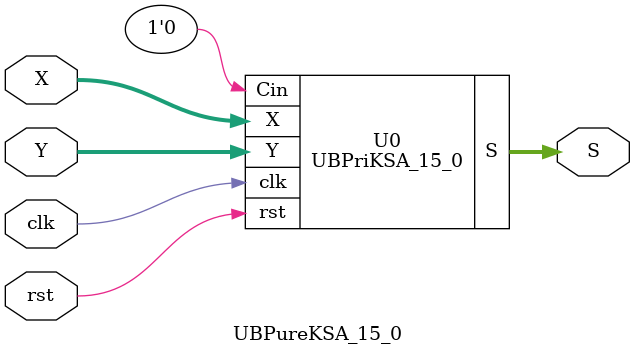
<source format=v>
module GPGenerator(Go, Po, A, B);
  output Go;
  output Po;
  input A;
  input B;
  assign Go = A & B;
  assign Po = A ^ B;
endmodule

module CarryOperator(Go, Po, Gi1, Pi1, Gi2, Pi2);
  output Go;
  output Po;
  input Gi1;
  input Gi2;
  input Pi1;
  input Pi2;
  assign Go = Gi1 | ( Gi2 & Pi1 );
  assign Po = Pi1 & Pi2;
endmodule

module UBPriKSA_15_0(S, X, Y, Cin, clk, rst);
  output reg [16:0] S;
  input Cin;
  input [15:0] X;
  input [15:0] Y;
  input clk, rst;

  wire [15:0] G0;
  wire [15:0] G1;
  wire [15:0] G2;
  wire [15:0] G3;
  wire [15:0] G4;
  wire [15:0] P0;
  wire [15:0] P1;
  wire [15:0] P2;
  wire [15:0] P3;
  wire [15:0] P4;
  
            // Instancias de GPGenerator
      GPGenerator U0 (G0[0], P0[0], X[0], Y[0]);
      GPGenerator U1 (G0[1], P0[1], X[1], Y[1]);
      GPGenerator U2 (G0[2], P0[2], X[2], Y[2]);
      GPGenerator U3 (G0[3], P0[3], X[3], Y[3]);
      GPGenerator U4 (G0[4], P0[4], X[4], Y[4]);
      GPGenerator U5 (G0[5], P0[5], X[5], Y[5]);
      GPGenerator U6 (G0[6], P0[6], X[6], Y[6]);
      GPGenerator U7 (G0[7], P0[7], X[7], Y[7]);
      GPGenerator U8 (G0[8], P0[8], X[8], Y[8]);
      GPGenerator U9 (G0[9], P0[9], X[9], Y[9]);
      GPGenerator U10 (G0[10], P0[10], X[10], Y[10]);
      GPGenerator U11 (G0[11], P0[11], X[11], Y[11]);
      GPGenerator U12 (G0[12], P0[12], X[12], Y[12]);
      GPGenerator U13 (G0[13], P0[13], X[13], Y[13]);
      GPGenerator U14 (G0[14], P0[14], X[14], Y[14]);
      GPGenerator U15 (G0[15], P0[15], X[15], Y[15]);
    
      // Instancias de CarryOperator
      CarryOperator U16 (G1[1], P1[1], G0[1], P0[1], G0[0], P0[0]);
      CarryOperator U17 (G1[2], P1[2], G0[2], P0[2], G0[1], P0[1]);
      CarryOperator U18 (G1[3], P1[3], G0[3], P0[3], G0[2], P0[2]);
      CarryOperator U19 (G1[4], P1[4], G0[4], P0[4], G0[3], P0[3]);
      CarryOperator U20 (G1[5], P1[5], G0[5], P0[5], G0[4], P0[4]);
      CarryOperator U21 (G1[6], P1[6], G0[6], P0[6], G0[5], P0[5]);
      CarryOperator U22 (G1[7], P1[7], G0[7], P0[7], G0[6], P0[6]);
      CarryOperator U23 (G1[8], P1[8], G0[8], P0[8], G0[7], P0[7]);
      CarryOperator U24 (G1[9], P1[9], G0[9], P0[9], G0[8], P0[8]);
      CarryOperator U25 (G1[10], P1[10], G0[10], P0[10], G0[9], P0[9]);
      CarryOperator U26 (G1[11], P1[11], G0[11], P0[11], G0[10], P0[10]);
      CarryOperator U27 (G1[12], P1[12], G0[12], P0[12], G0[11], P0[11]);
      CarryOperator U28 (G1[13], P1[13], G0[13], P0[13], G0[12], P0[12]);
      CarryOperator U29 (G1[14], P1[14], G0[14], P0[14], G0[13], P0[13]);
      CarryOperator U30 (G1[15], P1[15], G0[15], P0[15], G0[14], P0[14]);
      CarryOperator U31 (G2[2], P2[2], G1[2], P1[2], G1[0], P1[0]);
      CarryOperator U32 (G2[3], P2[3], G1[3], P1[3], G1[1], P1[1]);
      CarryOperator U33 (G2[4], P2[4], G1[4], P1[4], G1[2], P1[2]);
      CarryOperator U34 (G2[5], P2[5], G1[5], P1[5], G1[3], P1[3]);
      CarryOperator U35 (G2[6], P2[6], G1[6], P1[6], G1[4], P1[4]);
      CarryOperator U36 (G2[7], P2[7], G1[7], P1[7], G1[5], P1[5]);
      CarryOperator U37 (G2[8], P2[8], G1[8], P1[8], G1[6], P1[6]);
      CarryOperator U38 (G2[9], P2[9], G1[9], P1[9], G1[7], P1[7]);
      CarryOperator U39 (G2[10], P2[10], G1[10], P1[10], G1[8], P1[8]);
      CarryOperator U40 (G2[11], P2[11], G1[11], P1[11], G1[9], P1[9]);
      CarryOperator U41 (G2[12], P2[12], G1[12], P1[12], G1[10], P1[10]);
      CarryOperator U42 (G2[13], P2[13], G1[13], P1[13], G1[11], P1[11]);
      CarryOperator U43 (G2[14], P2[14], G1[14], P1[14], G1[12], P1[12]);
      CarryOperator U44 (G2[15], P2[15], G1[15], P1[15], G1[13], P1[13]);
      CarryOperator U45 (G3[4], P3[4], G2[4], P2[4], G2[0], P2[0]);
      CarryOperator U46 (G3[5], P3[5], G2[5], P2[5], G2[1], P2[1]);
      CarryOperator U47 (G3[6], P3[6], G2[6], P2[6], G2[2], P2[2]);
      CarryOperator U48 (G3[7], P3[7], G2[7], P2[7], G2[3], P2[3]);
      CarryOperator U49 (G3[8], P3[8], G2[8], P2[8], G2[4], P2[4]);
      CarryOperator U50 (G3[9], P3[9], G2[9], P2[9], G2[5], P2[5]);
      CarryOperator U51 (G3[10], P3[10], G2[10], P2[10], G2[6], P2[6]);
      CarryOperator U52 (G3[11], P3[11], G2[11], P2[11], G2[7], P2[7]);
      CarryOperator U53 (G3[12], P3[12], G2[12], P2[12], G2[8], P2[8]);
      CarryOperator U54 (G3[13], P3[13], G2[13], P2[13], G2[9], P2[9]);
      CarryOperator U55 (G3[14], P3[14], G2[14], P2[14], G2[10], P2[10]);
      CarryOperator U56 (G3[15], P3[15], G2[15], P2[15], G2[11], P2[11]);
      CarryOperator U57 (G4[8], P4[8], G3[8], P3[8], G3[0], P3[0]);
      CarryOperator U58 (G4[9], P4[9], G3[9], P3[9], G3[1], P3[1]);
      CarryOperator U59 (G4[10], P4[10], G3[10], P3[10], G3[2], P3[2]);
      CarryOperator U60 (G4[11], P4[11], G3[11], P3[11], G3[3], P3[3]);
      CarryOperator U61 (G4[12], P4[12], G3[12], P3[12], G3[4], P3[4]);
      CarryOperator U62 (G4[13], P4[13], G3[13], P3[13], G3[5], P3[5]);
      CarryOperator U63 (G4[14], P4[14], G3[14], P3[14], G3[6], P3[6]);
      CarryOperator U64 (G4[15], P4[15], G3[15], P3[15], G3[7], P3[7]);
      assign P1[0] = P0[0];
  assign G1[0] = G0[0];
  assign P2[0] = P1[0];
  assign G2[0] = G1[0];
  assign P2[1] = P1[1];
  assign G2[1] = G1[1];
  assign P3[0] = P2[0];
  assign G3[0] = G2[0];
  assign P3[1] = P2[1];
  assign G3[1] = G2[1];
  assign P3[2] = P2[2];
  assign G3[2] = G2[2];
  assign P3[3] = P2[3];
  assign G3[3] = G2[3];
  assign P4[0] = P3[0];
  assign G4[0] = G3[0];
  assign P4[1] = P3[1];
  assign G4[1] = G3[1];
  assign P4[2] = P3[2];
  assign G4[2] = G3[2];
  assign P4[3] = P3[3];
  assign G4[3] = G3[3];
  assign P4[4] = P3[4];
  assign G4[4] = G3[4];
  assign P4[5] = P3[5];
  assign G4[5] = G3[5];
  assign P4[6] = P3[6];
  assign G4[6] = G3[6];
  assign P4[7] = P3[7];
  assign G4[7] = G3[7];
  
  // Lógica combinacional sincrónica
  always @(posedge clk or posedge rst) begin
    if (rst) begin
      S <= 17'b0; // Reiniciar S en caso de reset
    end else begin
      S[0] <= Cin ^ P0[0];
      S[1] <= ( G4[0] | ( P4[0] & Cin ) ) ^ P0[1];
      S[2] <= ( G4[1] | ( P4[1] & Cin ) ) ^ P0[2];
      S[3] <= ( G4[2] | ( P4[2] & Cin ) ) ^ P0[3];
      S[4] <= ( G4[3] | ( P4[3] & Cin ) ) ^ P0[4];
      S[5] <= ( G4[4] | ( P4[4] & Cin ) ) ^ P0[5];
      S[6] <= ( G4[5] | ( P4[5] & Cin ) ) ^ P0[6];
      S[7] <= ( G4[6] | ( P4[6] & Cin ) ) ^ P0[7];
      S[8] <= ( G4[7] | ( P4[7] & Cin ) ) ^ P0[8];
      S[9] <= ( G4[8] | ( P4[8] & Cin ) ) ^ P0[9];
      S[10] <= ( G4[9] | ( P4[9] & Cin ) ) ^ P0[10];
      S[11] <= ( G4[10] | ( P4[10] & Cin ) ) ^ P0[11];
      S[12] <= ( G4[11] | ( P4[11] & Cin ) ) ^ P0[12];
      S[13] <= ( G4[12] | ( P4[12] & Cin ) ) ^ P0[13];
      S[14] <= ( G4[13] | ( P4[13] & Cin ) ) ^ P0[14];
      S[15] <= ( G4[14] | ( P4[14] & Cin ) ) ^ P0[15];
      S[16] <= G4[15] | ( P4[15] & Cin );
    end
  end
endmodule

module UBZero_0_0(O);
  output [0:0] O;
  assign O[0] = 0;
endmodule

module KS_16b (X, Y, S, clk, rst);
  output [16:0] S;
  input [15:0] X;
  input [15:0] Y;
  input clk;
  input rst;

  UBPureKSA_15_0 U0 (.S(S[16:0]), .X(X[15:0]), .Y(Y[15:0]), .clk(clk), .rst(rst));
endmodule

module UBPureKSA_15_0 (S, X, Y, clk, rst);
  output [16:0] S;
  input [15:0] X;
  input [15:0] Y;
  input clk, rst;
  wire C;
  UBPriKSA_15_0 U0 (S, X, Y, 1'b0, clk, rst);
  //UBZero_0_0 U1 (C);
endmodule

</source>
